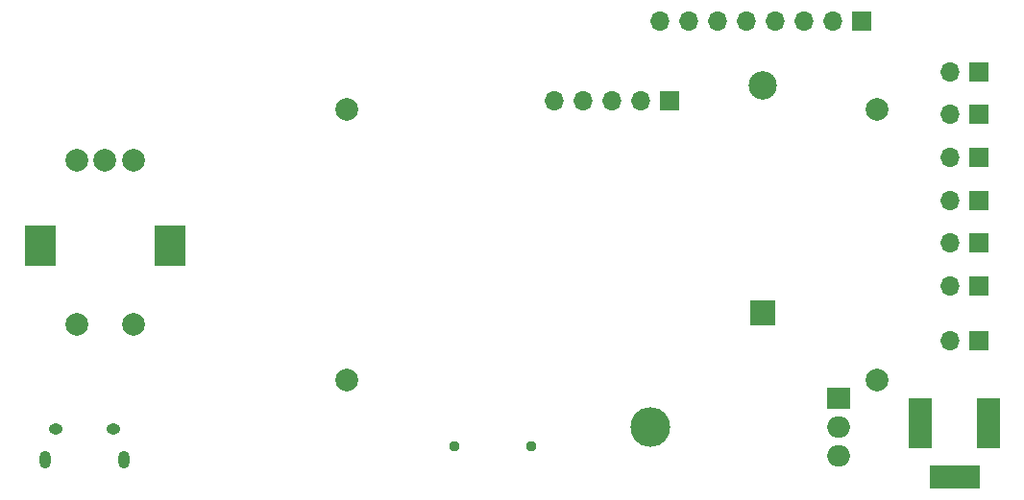
<source format=gbr>
%TF.GenerationSoftware,KiCad,Pcbnew,(5.1.8)-1*%
%TF.CreationDate,2021-03-10T16:05:31+00:00*%
%TF.ProjectId,Project_2_smaller,50726f6a-6563-4745-9f32-5f736d616c6c,rev?*%
%TF.SameCoordinates,Original*%
%TF.FileFunction,Soldermask,Bot*%
%TF.FilePolarity,Negative*%
%FSLAX46Y46*%
G04 Gerber Fmt 4.6, Leading zero omitted, Abs format (unit mm)*
G04 Created by KiCad (PCBNEW (5.1.8)-1) date 2021-03-10 16:05:31*
%MOMM*%
%LPD*%
G01*
G04 APERTURE LIST*
%ADD10O,1.000000X1.550000*%
%ADD11O,1.250000X0.950000*%
%ADD12R,4.500000X2.000000*%
%ADD13R,2.000000X4.500000*%
%ADD14O,1.700000X1.700000*%
%ADD15R,1.700000X1.700000*%
%ADD16C,2.000000*%
%ADD17C,0.950000*%
%ADD18R,2.170000X2.170000*%
%ADD19C,2.500000*%
%ADD20R,2.800000X3.600000*%
%ADD21O,3.500000X3.500000*%
%ADD22R,2.000000X1.905000*%
%ADD23O,2.000000X1.905000*%
G04 APERTURE END LIST*
D10*
%TO.C,J1*%
X102000000Y-106700000D03*
X95000000Y-106700000D03*
D11*
X96000000Y-104000000D03*
X101000000Y-104000000D03*
%TD*%
D12*
%TO.C,J2*%
X175200000Y-108200000D03*
D13*
X172200000Y-103500000D03*
X178200000Y-103500000D03*
%TD*%
D14*
%TO.C,J13*%
X139920000Y-75000000D03*
X142460000Y-75000000D03*
X145000000Y-75000000D03*
X147540000Y-75000000D03*
D15*
X150080000Y-75000000D03*
D16*
X121632000Y-75762000D03*
X168368000Y-75762000D03*
X168368000Y-99638000D03*
X121632000Y-99638000D03*
%TD*%
D17*
%TO.C,J3*%
X131100000Y-105500000D03*
X137900000Y-105500000D03*
%TD*%
D18*
%TO.C,BT1*%
X158300000Y-93700000D03*
D19*
X158300000Y-73700000D03*
%TD*%
D15*
%TO.C,J5*%
X167000000Y-68000000D03*
D14*
X164460000Y-68000000D03*
X161920000Y-68000000D03*
X159380000Y-68000000D03*
X156840000Y-68000000D03*
X154300000Y-68000000D03*
X151760000Y-68000000D03*
X149220000Y-68000000D03*
%TD*%
D15*
%TO.C,J6*%
X177300000Y-96200000D03*
D14*
X174760000Y-96200000D03*
%TD*%
D15*
%TO.C,J7*%
X177300000Y-91400000D03*
D14*
X174760000Y-91400000D03*
%TD*%
%TO.C,J8*%
X174760000Y-87600000D03*
D15*
X177300000Y-87600000D03*
%TD*%
%TO.C,J9*%
X177300000Y-83800000D03*
D14*
X174760000Y-83800000D03*
%TD*%
D15*
%TO.C,J10*%
X177300000Y-80000000D03*
D14*
X174760000Y-80000000D03*
%TD*%
%TO.C,J11*%
X174760000Y-76200000D03*
D15*
X177300000Y-76200000D03*
%TD*%
D14*
%TO.C,J12*%
X174760000Y-72500000D03*
D15*
X177300000Y-72500000D03*
%TD*%
D16*
%TO.C,S1*%
X102800000Y-80300000D03*
X100300000Y-80300000D03*
X97800000Y-80300000D03*
X102800000Y-94800000D03*
X97800000Y-94800000D03*
D20*
X106000000Y-87800000D03*
X94600000Y-87800000D03*
%TD*%
D21*
%TO.C,U2*%
X148340000Y-103840000D03*
D22*
X165000000Y-101300000D03*
D23*
X165000000Y-103840000D03*
X165000000Y-106380000D03*
%TD*%
M02*

</source>
